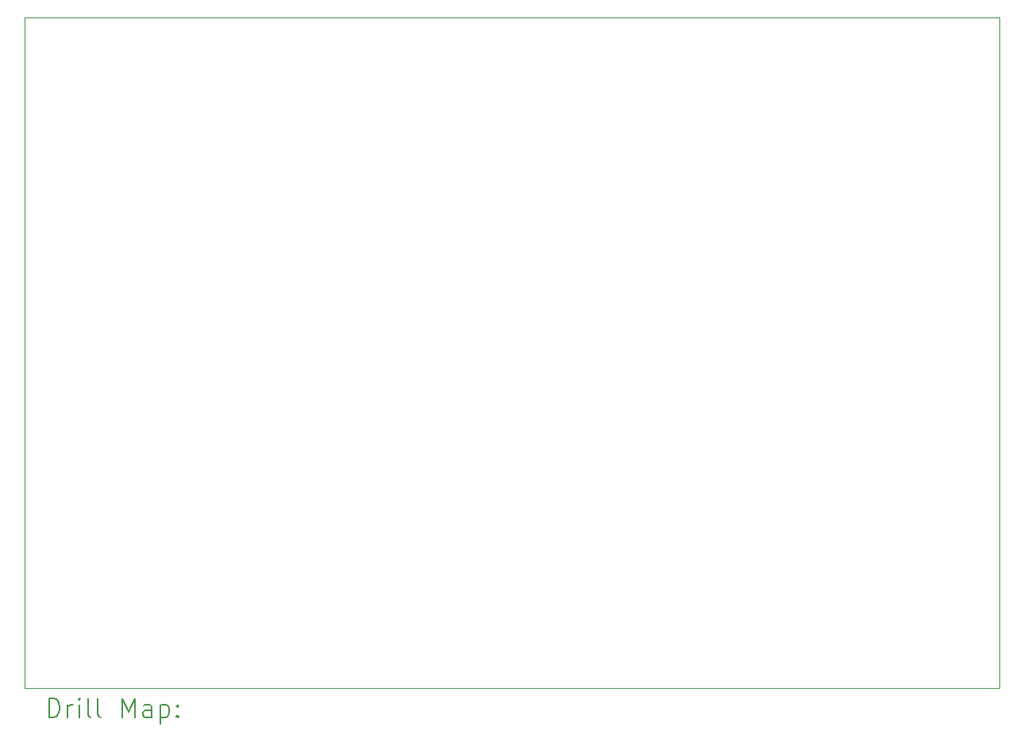
<source format=gbr>
%TF.GenerationSoftware,KiCad,Pcbnew,8.0.8*%
%TF.CreationDate,2025-02-10T18:34:36-05:00*%
%TF.ProjectId,draft,64726166-742e-46b6-9963-61645f706362,rev?*%
%TF.SameCoordinates,Original*%
%TF.FileFunction,Drillmap*%
%TF.FilePolarity,Positive*%
%FSLAX45Y45*%
G04 Gerber Fmt 4.5, Leading zero omitted, Abs format (unit mm)*
G04 Created by KiCad (PCBNEW 8.0.8) date 2025-02-10 18:34:36*
%MOMM*%
%LPD*%
G01*
G04 APERTURE LIST*
%ADD10C,0.050000*%
%ADD11C,0.200000*%
G04 APERTURE END LIST*
D10*
X10550000Y-4750000D02*
X20950000Y-4750000D01*
X20950000Y-11900000D01*
X10550000Y-11900000D01*
X10550000Y-4750000D01*
D11*
X10808277Y-12213984D02*
X10808277Y-12013984D01*
X10808277Y-12013984D02*
X10855896Y-12013984D01*
X10855896Y-12013984D02*
X10884467Y-12023508D01*
X10884467Y-12023508D02*
X10903515Y-12042555D01*
X10903515Y-12042555D02*
X10913039Y-12061603D01*
X10913039Y-12061603D02*
X10922563Y-12099698D01*
X10922563Y-12099698D02*
X10922563Y-12128269D01*
X10922563Y-12128269D02*
X10913039Y-12166365D01*
X10913039Y-12166365D02*
X10903515Y-12185412D01*
X10903515Y-12185412D02*
X10884467Y-12204460D01*
X10884467Y-12204460D02*
X10855896Y-12213984D01*
X10855896Y-12213984D02*
X10808277Y-12213984D01*
X11008277Y-12213984D02*
X11008277Y-12080650D01*
X11008277Y-12118746D02*
X11017801Y-12099698D01*
X11017801Y-12099698D02*
X11027324Y-12090174D01*
X11027324Y-12090174D02*
X11046372Y-12080650D01*
X11046372Y-12080650D02*
X11065420Y-12080650D01*
X11132086Y-12213984D02*
X11132086Y-12080650D01*
X11132086Y-12013984D02*
X11122563Y-12023508D01*
X11122563Y-12023508D02*
X11132086Y-12033031D01*
X11132086Y-12033031D02*
X11141610Y-12023508D01*
X11141610Y-12023508D02*
X11132086Y-12013984D01*
X11132086Y-12013984D02*
X11132086Y-12033031D01*
X11255896Y-12213984D02*
X11236848Y-12204460D01*
X11236848Y-12204460D02*
X11227324Y-12185412D01*
X11227324Y-12185412D02*
X11227324Y-12013984D01*
X11360658Y-12213984D02*
X11341610Y-12204460D01*
X11341610Y-12204460D02*
X11332086Y-12185412D01*
X11332086Y-12185412D02*
X11332086Y-12013984D01*
X11589229Y-12213984D02*
X11589229Y-12013984D01*
X11589229Y-12013984D02*
X11655896Y-12156841D01*
X11655896Y-12156841D02*
X11722562Y-12013984D01*
X11722562Y-12013984D02*
X11722562Y-12213984D01*
X11903515Y-12213984D02*
X11903515Y-12109222D01*
X11903515Y-12109222D02*
X11893991Y-12090174D01*
X11893991Y-12090174D02*
X11874943Y-12080650D01*
X11874943Y-12080650D02*
X11836848Y-12080650D01*
X11836848Y-12080650D02*
X11817801Y-12090174D01*
X11903515Y-12204460D02*
X11884467Y-12213984D01*
X11884467Y-12213984D02*
X11836848Y-12213984D01*
X11836848Y-12213984D02*
X11817801Y-12204460D01*
X11817801Y-12204460D02*
X11808277Y-12185412D01*
X11808277Y-12185412D02*
X11808277Y-12166365D01*
X11808277Y-12166365D02*
X11817801Y-12147317D01*
X11817801Y-12147317D02*
X11836848Y-12137793D01*
X11836848Y-12137793D02*
X11884467Y-12137793D01*
X11884467Y-12137793D02*
X11903515Y-12128269D01*
X11998753Y-12080650D02*
X11998753Y-12280650D01*
X11998753Y-12090174D02*
X12017801Y-12080650D01*
X12017801Y-12080650D02*
X12055896Y-12080650D01*
X12055896Y-12080650D02*
X12074943Y-12090174D01*
X12074943Y-12090174D02*
X12084467Y-12099698D01*
X12084467Y-12099698D02*
X12093991Y-12118746D01*
X12093991Y-12118746D02*
X12093991Y-12175888D01*
X12093991Y-12175888D02*
X12084467Y-12194936D01*
X12084467Y-12194936D02*
X12074943Y-12204460D01*
X12074943Y-12204460D02*
X12055896Y-12213984D01*
X12055896Y-12213984D02*
X12017801Y-12213984D01*
X12017801Y-12213984D02*
X11998753Y-12204460D01*
X12179705Y-12194936D02*
X12189229Y-12204460D01*
X12189229Y-12204460D02*
X12179705Y-12213984D01*
X12179705Y-12213984D02*
X12170182Y-12204460D01*
X12170182Y-12204460D02*
X12179705Y-12194936D01*
X12179705Y-12194936D02*
X12179705Y-12213984D01*
X12179705Y-12090174D02*
X12189229Y-12099698D01*
X12189229Y-12099698D02*
X12179705Y-12109222D01*
X12179705Y-12109222D02*
X12170182Y-12099698D01*
X12170182Y-12099698D02*
X12179705Y-12090174D01*
X12179705Y-12090174D02*
X12179705Y-12109222D01*
M02*

</source>
